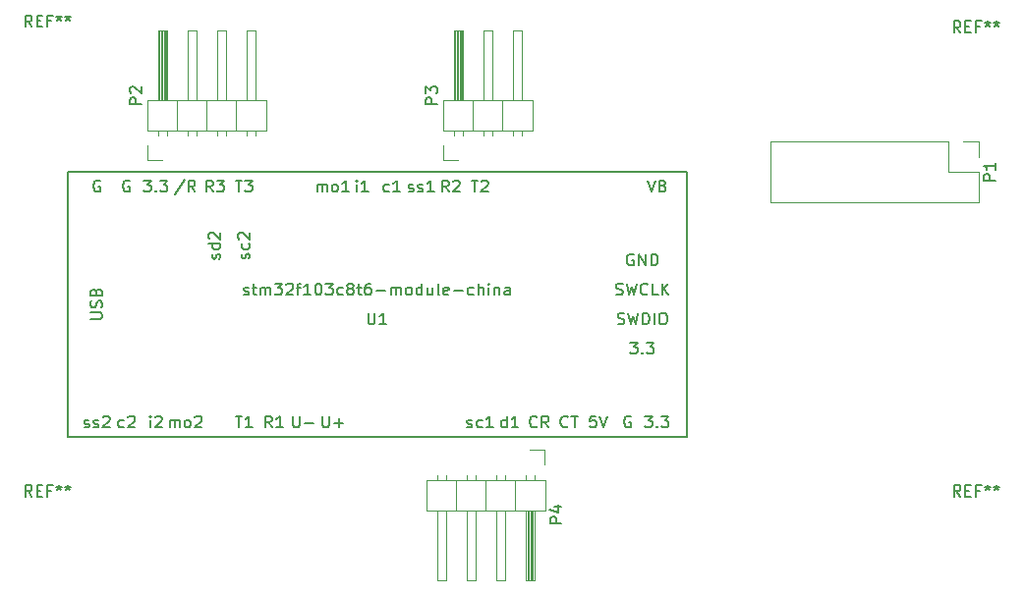
<source format=gbr>
G04 #@! TF.FileFunction,Legend,Top*
%FSLAX46Y46*%
G04 Gerber Fmt 4.6, Leading zero omitted, Abs format (unit mm)*
G04 Created by KiCad (PCBNEW 4.0.6) date Thursday, 29 June 2017 'AMt' 11:53:14*
%MOMM*%
%LPD*%
G01*
G04 APERTURE LIST*
%ADD10C,0.100000*%
%ADD11C,0.150000*%
%ADD12C,0.120000*%
G04 APERTURE END LIST*
D10*
D11*
X105730000Y-71120000D02*
X159070000Y-71120000D01*
X159070000Y-48260000D02*
X105730000Y-48260000D01*
X159070000Y-71120000D02*
X159070000Y-48260000D01*
X105730000Y-48260000D02*
X105730000Y-71120000D01*
D12*
X112590000Y-44660000D02*
X115190000Y-44660000D01*
X115190000Y-44660000D02*
X115190000Y-42040000D01*
X115190000Y-42040000D02*
X112590000Y-42040000D01*
X112590000Y-42040000D02*
X112590000Y-44660000D01*
X113540000Y-42040000D02*
X114300000Y-42040000D01*
X114300000Y-42040000D02*
X114300000Y-36040000D01*
X114300000Y-36040000D02*
X113540000Y-36040000D01*
X113540000Y-36040000D02*
X113540000Y-42040000D01*
X113540000Y-45090000D02*
X113540000Y-44660000D01*
X114300000Y-45090000D02*
X114300000Y-44660000D01*
X113660000Y-42040000D02*
X113660000Y-36040000D01*
X113780000Y-42040000D02*
X113780000Y-36040000D01*
X113900000Y-42040000D02*
X113900000Y-36040000D01*
X114020000Y-42040000D02*
X114020000Y-36040000D01*
X114140000Y-42040000D02*
X114140000Y-36040000D01*
X114260000Y-42040000D02*
X114260000Y-36040000D01*
X115190000Y-44660000D02*
X117730000Y-44660000D01*
X117730000Y-44660000D02*
X117730000Y-42040000D01*
X117730000Y-42040000D02*
X115190000Y-42040000D01*
X115190000Y-42040000D02*
X115190000Y-44660000D01*
X116080000Y-42040000D02*
X116840000Y-42040000D01*
X116840000Y-42040000D02*
X116840000Y-36040000D01*
X116840000Y-36040000D02*
X116080000Y-36040000D01*
X116080000Y-36040000D02*
X116080000Y-42040000D01*
X116080000Y-45090000D02*
X116080000Y-44660000D01*
X116840000Y-45090000D02*
X116840000Y-44660000D01*
X117730000Y-44660000D02*
X120270000Y-44660000D01*
X120270000Y-44660000D02*
X120270000Y-42040000D01*
X120270000Y-42040000D02*
X117730000Y-42040000D01*
X117730000Y-42040000D02*
X117730000Y-44660000D01*
X118620000Y-42040000D02*
X119380000Y-42040000D01*
X119380000Y-42040000D02*
X119380000Y-36040000D01*
X119380000Y-36040000D02*
X118620000Y-36040000D01*
X118620000Y-36040000D02*
X118620000Y-42040000D01*
X118620000Y-45090000D02*
X118620000Y-44660000D01*
X119380000Y-45090000D02*
X119380000Y-44660000D01*
X120270000Y-44660000D02*
X122870000Y-44660000D01*
X122870000Y-44660000D02*
X122870000Y-42040000D01*
X122870000Y-42040000D02*
X120270000Y-42040000D01*
X120270000Y-42040000D02*
X120270000Y-44660000D01*
X121160000Y-42040000D02*
X121920000Y-42040000D01*
X121920000Y-42040000D02*
X121920000Y-36040000D01*
X121920000Y-36040000D02*
X121160000Y-36040000D01*
X121160000Y-36040000D02*
X121160000Y-42040000D01*
X121160000Y-45090000D02*
X121160000Y-44660000D01*
X121920000Y-45090000D02*
X121920000Y-44660000D01*
X113920000Y-47270000D02*
X112650000Y-47270000D01*
X112650000Y-47270000D02*
X112650000Y-46000000D01*
X181610000Y-45660000D02*
X166310000Y-45660000D01*
X166310000Y-45660000D02*
X166310000Y-50860000D01*
X166310000Y-50860000D02*
X184210000Y-50860000D01*
X184210000Y-50860000D02*
X184210000Y-48260000D01*
X184210000Y-48260000D02*
X181610000Y-48260000D01*
X181610000Y-48260000D02*
X181610000Y-45660000D01*
X182880000Y-45660000D02*
X184210000Y-45660000D01*
X184210000Y-45660000D02*
X184210000Y-46990000D01*
X138070000Y-44660000D02*
X140670000Y-44660000D01*
X140670000Y-44660000D02*
X140670000Y-42040000D01*
X140670000Y-42040000D02*
X138070000Y-42040000D01*
X138070000Y-42040000D02*
X138070000Y-44660000D01*
X139020000Y-42040000D02*
X139780000Y-42040000D01*
X139780000Y-42040000D02*
X139780000Y-36040000D01*
X139780000Y-36040000D02*
X139020000Y-36040000D01*
X139020000Y-36040000D02*
X139020000Y-42040000D01*
X139020000Y-45090000D02*
X139020000Y-44660000D01*
X139780000Y-45090000D02*
X139780000Y-44660000D01*
X139140000Y-42040000D02*
X139140000Y-36040000D01*
X139260000Y-42040000D02*
X139260000Y-36040000D01*
X139380000Y-42040000D02*
X139380000Y-36040000D01*
X139500000Y-42040000D02*
X139500000Y-36040000D01*
X139620000Y-42040000D02*
X139620000Y-36040000D01*
X139740000Y-42040000D02*
X139740000Y-36040000D01*
X140670000Y-44660000D02*
X143210000Y-44660000D01*
X143210000Y-44660000D02*
X143210000Y-42040000D01*
X143210000Y-42040000D02*
X140670000Y-42040000D01*
X140670000Y-42040000D02*
X140670000Y-44660000D01*
X141560000Y-42040000D02*
X142320000Y-42040000D01*
X142320000Y-42040000D02*
X142320000Y-36040000D01*
X142320000Y-36040000D02*
X141560000Y-36040000D01*
X141560000Y-36040000D02*
X141560000Y-42040000D01*
X141560000Y-45090000D02*
X141560000Y-44660000D01*
X142320000Y-45090000D02*
X142320000Y-44660000D01*
X143210000Y-44660000D02*
X145810000Y-44660000D01*
X145810000Y-44660000D02*
X145810000Y-42040000D01*
X145810000Y-42040000D02*
X143210000Y-42040000D01*
X143210000Y-42040000D02*
X143210000Y-44660000D01*
X144100000Y-42040000D02*
X144860000Y-42040000D01*
X144860000Y-42040000D02*
X144860000Y-36040000D01*
X144860000Y-36040000D02*
X144100000Y-36040000D01*
X144100000Y-36040000D02*
X144100000Y-42040000D01*
X144100000Y-45090000D02*
X144100000Y-44660000D01*
X144860000Y-45090000D02*
X144860000Y-44660000D01*
X139400000Y-47270000D02*
X138130000Y-47270000D01*
X138130000Y-47270000D02*
X138130000Y-46000000D01*
X146910000Y-74840000D02*
X144310000Y-74840000D01*
X144310000Y-74840000D02*
X144310000Y-77460000D01*
X144310000Y-77460000D02*
X146910000Y-77460000D01*
X146910000Y-77460000D02*
X146910000Y-74840000D01*
X145960000Y-77460000D02*
X145200000Y-77460000D01*
X145200000Y-77460000D02*
X145200000Y-83460000D01*
X145200000Y-83460000D02*
X145960000Y-83460000D01*
X145960000Y-83460000D02*
X145960000Y-77460000D01*
X145960000Y-74410000D02*
X145960000Y-74840000D01*
X145200000Y-74410000D02*
X145200000Y-74840000D01*
X145840000Y-77460000D02*
X145840000Y-83460000D01*
X145720000Y-77460000D02*
X145720000Y-83460000D01*
X145600000Y-77460000D02*
X145600000Y-83460000D01*
X145480000Y-77460000D02*
X145480000Y-83460000D01*
X145360000Y-77460000D02*
X145360000Y-83460000D01*
X145240000Y-77460000D02*
X145240000Y-83460000D01*
X144310000Y-74840000D02*
X141770000Y-74840000D01*
X141770000Y-74840000D02*
X141770000Y-77460000D01*
X141770000Y-77460000D02*
X144310000Y-77460000D01*
X144310000Y-77460000D02*
X144310000Y-74840000D01*
X143420000Y-77460000D02*
X142660000Y-77460000D01*
X142660000Y-77460000D02*
X142660000Y-83460000D01*
X142660000Y-83460000D02*
X143420000Y-83460000D01*
X143420000Y-83460000D02*
X143420000Y-77460000D01*
X143420000Y-74410000D02*
X143420000Y-74840000D01*
X142660000Y-74410000D02*
X142660000Y-74840000D01*
X141770000Y-74840000D02*
X139230000Y-74840000D01*
X139230000Y-74840000D02*
X139230000Y-77460000D01*
X139230000Y-77460000D02*
X141770000Y-77460000D01*
X141770000Y-77460000D02*
X141770000Y-74840000D01*
X140880000Y-77460000D02*
X140120000Y-77460000D01*
X140120000Y-77460000D02*
X140120000Y-83460000D01*
X140120000Y-83460000D02*
X140880000Y-83460000D01*
X140880000Y-83460000D02*
X140880000Y-77460000D01*
X140880000Y-74410000D02*
X140880000Y-74840000D01*
X140120000Y-74410000D02*
X140120000Y-74840000D01*
X139230000Y-74840000D02*
X136630000Y-74840000D01*
X136630000Y-74840000D02*
X136630000Y-77460000D01*
X136630000Y-77460000D02*
X139230000Y-77460000D01*
X139230000Y-77460000D02*
X139230000Y-74840000D01*
X138340000Y-77460000D02*
X137580000Y-77460000D01*
X137580000Y-77460000D02*
X137580000Y-83460000D01*
X137580000Y-83460000D02*
X138340000Y-83460000D01*
X138340000Y-83460000D02*
X138340000Y-77460000D01*
X138340000Y-74410000D02*
X138340000Y-74840000D01*
X137580000Y-74410000D02*
X137580000Y-74840000D01*
X145580000Y-72230000D02*
X146850000Y-72230000D01*
X146850000Y-72230000D02*
X146850000Y-73500000D01*
D11*
X131638095Y-60412381D02*
X131638095Y-61221905D01*
X131685714Y-61317143D01*
X131733333Y-61364762D01*
X131828571Y-61412381D01*
X132019048Y-61412381D01*
X132114286Y-61364762D01*
X132161905Y-61317143D01*
X132209524Y-61221905D01*
X132209524Y-60412381D01*
X133209524Y-61412381D02*
X132638095Y-61412381D01*
X132923809Y-61412381D02*
X132923809Y-60412381D01*
X132828571Y-60555238D01*
X132733333Y-60650476D01*
X132638095Y-60698095D01*
X120923809Y-58824762D02*
X121019047Y-58872381D01*
X121209523Y-58872381D01*
X121304762Y-58824762D01*
X121352381Y-58729524D01*
X121352381Y-58681905D01*
X121304762Y-58586667D01*
X121209523Y-58539048D01*
X121066666Y-58539048D01*
X120971428Y-58491429D01*
X120923809Y-58396190D01*
X120923809Y-58348571D01*
X120971428Y-58253333D01*
X121066666Y-58205714D01*
X121209523Y-58205714D01*
X121304762Y-58253333D01*
X121638095Y-58205714D02*
X122019047Y-58205714D01*
X121780952Y-57872381D02*
X121780952Y-58729524D01*
X121828571Y-58824762D01*
X121923809Y-58872381D01*
X122019047Y-58872381D01*
X122352381Y-58872381D02*
X122352381Y-58205714D01*
X122352381Y-58300952D02*
X122400000Y-58253333D01*
X122495238Y-58205714D01*
X122638096Y-58205714D01*
X122733334Y-58253333D01*
X122780953Y-58348571D01*
X122780953Y-58872381D01*
X122780953Y-58348571D02*
X122828572Y-58253333D01*
X122923810Y-58205714D01*
X123066667Y-58205714D01*
X123161905Y-58253333D01*
X123209524Y-58348571D01*
X123209524Y-58872381D01*
X123590476Y-57872381D02*
X124209524Y-57872381D01*
X123876190Y-58253333D01*
X124019048Y-58253333D01*
X124114286Y-58300952D01*
X124161905Y-58348571D01*
X124209524Y-58443810D01*
X124209524Y-58681905D01*
X124161905Y-58777143D01*
X124114286Y-58824762D01*
X124019048Y-58872381D01*
X123733333Y-58872381D01*
X123638095Y-58824762D01*
X123590476Y-58777143D01*
X124590476Y-57967619D02*
X124638095Y-57920000D01*
X124733333Y-57872381D01*
X124971429Y-57872381D01*
X125066667Y-57920000D01*
X125114286Y-57967619D01*
X125161905Y-58062857D01*
X125161905Y-58158095D01*
X125114286Y-58300952D01*
X124542857Y-58872381D01*
X125161905Y-58872381D01*
X125447619Y-58205714D02*
X125828571Y-58205714D01*
X125590476Y-58872381D02*
X125590476Y-58015238D01*
X125638095Y-57920000D01*
X125733333Y-57872381D01*
X125828571Y-57872381D01*
X126685715Y-58872381D02*
X126114286Y-58872381D01*
X126400000Y-58872381D02*
X126400000Y-57872381D01*
X126304762Y-58015238D01*
X126209524Y-58110476D01*
X126114286Y-58158095D01*
X127304762Y-57872381D02*
X127400001Y-57872381D01*
X127495239Y-57920000D01*
X127542858Y-57967619D01*
X127590477Y-58062857D01*
X127638096Y-58253333D01*
X127638096Y-58491429D01*
X127590477Y-58681905D01*
X127542858Y-58777143D01*
X127495239Y-58824762D01*
X127400001Y-58872381D01*
X127304762Y-58872381D01*
X127209524Y-58824762D01*
X127161905Y-58777143D01*
X127114286Y-58681905D01*
X127066667Y-58491429D01*
X127066667Y-58253333D01*
X127114286Y-58062857D01*
X127161905Y-57967619D01*
X127209524Y-57920000D01*
X127304762Y-57872381D01*
X127971429Y-57872381D02*
X128590477Y-57872381D01*
X128257143Y-58253333D01*
X128400001Y-58253333D01*
X128495239Y-58300952D01*
X128542858Y-58348571D01*
X128590477Y-58443810D01*
X128590477Y-58681905D01*
X128542858Y-58777143D01*
X128495239Y-58824762D01*
X128400001Y-58872381D01*
X128114286Y-58872381D01*
X128019048Y-58824762D01*
X127971429Y-58777143D01*
X129447620Y-58824762D02*
X129352382Y-58872381D01*
X129161905Y-58872381D01*
X129066667Y-58824762D01*
X129019048Y-58777143D01*
X128971429Y-58681905D01*
X128971429Y-58396190D01*
X129019048Y-58300952D01*
X129066667Y-58253333D01*
X129161905Y-58205714D01*
X129352382Y-58205714D01*
X129447620Y-58253333D01*
X130019048Y-58300952D02*
X129923810Y-58253333D01*
X129876191Y-58205714D01*
X129828572Y-58110476D01*
X129828572Y-58062857D01*
X129876191Y-57967619D01*
X129923810Y-57920000D01*
X130019048Y-57872381D01*
X130209525Y-57872381D01*
X130304763Y-57920000D01*
X130352382Y-57967619D01*
X130400001Y-58062857D01*
X130400001Y-58110476D01*
X130352382Y-58205714D01*
X130304763Y-58253333D01*
X130209525Y-58300952D01*
X130019048Y-58300952D01*
X129923810Y-58348571D01*
X129876191Y-58396190D01*
X129828572Y-58491429D01*
X129828572Y-58681905D01*
X129876191Y-58777143D01*
X129923810Y-58824762D01*
X130019048Y-58872381D01*
X130209525Y-58872381D01*
X130304763Y-58824762D01*
X130352382Y-58777143D01*
X130400001Y-58681905D01*
X130400001Y-58491429D01*
X130352382Y-58396190D01*
X130304763Y-58348571D01*
X130209525Y-58300952D01*
X130685715Y-58205714D02*
X131066667Y-58205714D01*
X130828572Y-57872381D02*
X130828572Y-58729524D01*
X130876191Y-58824762D01*
X130971429Y-58872381D01*
X131066667Y-58872381D01*
X131828573Y-57872381D02*
X131638096Y-57872381D01*
X131542858Y-57920000D01*
X131495239Y-57967619D01*
X131400001Y-58110476D01*
X131352382Y-58300952D01*
X131352382Y-58681905D01*
X131400001Y-58777143D01*
X131447620Y-58824762D01*
X131542858Y-58872381D01*
X131733335Y-58872381D01*
X131828573Y-58824762D01*
X131876192Y-58777143D01*
X131923811Y-58681905D01*
X131923811Y-58443810D01*
X131876192Y-58348571D01*
X131828573Y-58300952D01*
X131733335Y-58253333D01*
X131542858Y-58253333D01*
X131447620Y-58300952D01*
X131400001Y-58348571D01*
X131352382Y-58443810D01*
X132352382Y-58491429D02*
X133114287Y-58491429D01*
X133590477Y-58872381D02*
X133590477Y-58205714D01*
X133590477Y-58300952D02*
X133638096Y-58253333D01*
X133733334Y-58205714D01*
X133876192Y-58205714D01*
X133971430Y-58253333D01*
X134019049Y-58348571D01*
X134019049Y-58872381D01*
X134019049Y-58348571D02*
X134066668Y-58253333D01*
X134161906Y-58205714D01*
X134304763Y-58205714D01*
X134400001Y-58253333D01*
X134447620Y-58348571D01*
X134447620Y-58872381D01*
X135066667Y-58872381D02*
X134971429Y-58824762D01*
X134923810Y-58777143D01*
X134876191Y-58681905D01*
X134876191Y-58396190D01*
X134923810Y-58300952D01*
X134971429Y-58253333D01*
X135066667Y-58205714D01*
X135209525Y-58205714D01*
X135304763Y-58253333D01*
X135352382Y-58300952D01*
X135400001Y-58396190D01*
X135400001Y-58681905D01*
X135352382Y-58777143D01*
X135304763Y-58824762D01*
X135209525Y-58872381D01*
X135066667Y-58872381D01*
X136257144Y-58872381D02*
X136257144Y-57872381D01*
X136257144Y-58824762D02*
X136161906Y-58872381D01*
X135971429Y-58872381D01*
X135876191Y-58824762D01*
X135828572Y-58777143D01*
X135780953Y-58681905D01*
X135780953Y-58396190D01*
X135828572Y-58300952D01*
X135876191Y-58253333D01*
X135971429Y-58205714D01*
X136161906Y-58205714D01*
X136257144Y-58253333D01*
X137161906Y-58205714D02*
X137161906Y-58872381D01*
X136733334Y-58205714D02*
X136733334Y-58729524D01*
X136780953Y-58824762D01*
X136876191Y-58872381D01*
X137019049Y-58872381D01*
X137114287Y-58824762D01*
X137161906Y-58777143D01*
X137780953Y-58872381D02*
X137685715Y-58824762D01*
X137638096Y-58729524D01*
X137638096Y-57872381D01*
X138542859Y-58824762D02*
X138447621Y-58872381D01*
X138257144Y-58872381D01*
X138161906Y-58824762D01*
X138114287Y-58729524D01*
X138114287Y-58348571D01*
X138161906Y-58253333D01*
X138257144Y-58205714D01*
X138447621Y-58205714D01*
X138542859Y-58253333D01*
X138590478Y-58348571D01*
X138590478Y-58443810D01*
X138114287Y-58539048D01*
X139019049Y-58491429D02*
X139780954Y-58491429D01*
X140685716Y-58824762D02*
X140590478Y-58872381D01*
X140400001Y-58872381D01*
X140304763Y-58824762D01*
X140257144Y-58777143D01*
X140209525Y-58681905D01*
X140209525Y-58396190D01*
X140257144Y-58300952D01*
X140304763Y-58253333D01*
X140400001Y-58205714D01*
X140590478Y-58205714D01*
X140685716Y-58253333D01*
X141114287Y-58872381D02*
X141114287Y-57872381D01*
X141542859Y-58872381D02*
X141542859Y-58348571D01*
X141495240Y-58253333D01*
X141400002Y-58205714D01*
X141257144Y-58205714D01*
X141161906Y-58253333D01*
X141114287Y-58300952D01*
X142019049Y-58872381D02*
X142019049Y-58205714D01*
X142019049Y-57872381D02*
X141971430Y-57920000D01*
X142019049Y-57967619D01*
X142066668Y-57920000D01*
X142019049Y-57872381D01*
X142019049Y-57967619D01*
X142495239Y-58205714D02*
X142495239Y-58872381D01*
X142495239Y-58300952D02*
X142542858Y-58253333D01*
X142638096Y-58205714D01*
X142780954Y-58205714D01*
X142876192Y-58253333D01*
X142923811Y-58348571D01*
X142923811Y-58872381D01*
X143828573Y-58872381D02*
X143828573Y-58348571D01*
X143780954Y-58253333D01*
X143685716Y-58205714D01*
X143495239Y-58205714D01*
X143400001Y-58253333D01*
X143828573Y-58824762D02*
X143733335Y-58872381D01*
X143495239Y-58872381D01*
X143400001Y-58824762D01*
X143352382Y-58729524D01*
X143352382Y-58634286D01*
X143400001Y-58539048D01*
X143495239Y-58491429D01*
X143733335Y-58491429D01*
X143828573Y-58443810D01*
X121374762Y-55729048D02*
X121422381Y-55633810D01*
X121422381Y-55443334D01*
X121374762Y-55348095D01*
X121279524Y-55300476D01*
X121231905Y-55300476D01*
X121136667Y-55348095D01*
X121089048Y-55443334D01*
X121089048Y-55586191D01*
X121041429Y-55681429D01*
X120946190Y-55729048D01*
X120898571Y-55729048D01*
X120803333Y-55681429D01*
X120755714Y-55586191D01*
X120755714Y-55443334D01*
X120803333Y-55348095D01*
X121374762Y-54443333D02*
X121422381Y-54538571D01*
X121422381Y-54729048D01*
X121374762Y-54824286D01*
X121327143Y-54871905D01*
X121231905Y-54919524D01*
X120946190Y-54919524D01*
X120850952Y-54871905D01*
X120803333Y-54824286D01*
X120755714Y-54729048D01*
X120755714Y-54538571D01*
X120803333Y-54443333D01*
X120517619Y-54062381D02*
X120470000Y-54014762D01*
X120422381Y-53919524D01*
X120422381Y-53681428D01*
X120470000Y-53586190D01*
X120517619Y-53538571D01*
X120612857Y-53490952D01*
X120708095Y-53490952D01*
X120850952Y-53538571D01*
X121422381Y-54110000D01*
X121422381Y-53490952D01*
X118834762Y-55752857D02*
X118882381Y-55657619D01*
X118882381Y-55467143D01*
X118834762Y-55371904D01*
X118739524Y-55324285D01*
X118691905Y-55324285D01*
X118596667Y-55371904D01*
X118549048Y-55467143D01*
X118549048Y-55610000D01*
X118501429Y-55705238D01*
X118406190Y-55752857D01*
X118358571Y-55752857D01*
X118263333Y-55705238D01*
X118215714Y-55610000D01*
X118215714Y-55467143D01*
X118263333Y-55371904D01*
X118882381Y-54467142D02*
X117882381Y-54467142D01*
X118834762Y-54467142D02*
X118882381Y-54562380D01*
X118882381Y-54752857D01*
X118834762Y-54848095D01*
X118787143Y-54895714D01*
X118691905Y-54943333D01*
X118406190Y-54943333D01*
X118310952Y-54895714D01*
X118263333Y-54848095D01*
X118215714Y-54752857D01*
X118215714Y-54562380D01*
X118263333Y-54467142D01*
X117977619Y-54038571D02*
X117930000Y-53990952D01*
X117882381Y-53895714D01*
X117882381Y-53657618D01*
X117930000Y-53562380D01*
X117977619Y-53514761D01*
X118072857Y-53467142D01*
X118168095Y-53467142D01*
X118310952Y-53514761D01*
X118882381Y-54086190D01*
X118882381Y-53467142D01*
X114532857Y-70302381D02*
X114532857Y-69635714D01*
X114532857Y-69730952D02*
X114580476Y-69683333D01*
X114675714Y-69635714D01*
X114818572Y-69635714D01*
X114913810Y-69683333D01*
X114961429Y-69778571D01*
X114961429Y-70302381D01*
X114961429Y-69778571D02*
X115009048Y-69683333D01*
X115104286Y-69635714D01*
X115247143Y-69635714D01*
X115342381Y-69683333D01*
X115390000Y-69778571D01*
X115390000Y-70302381D01*
X116009047Y-70302381D02*
X115913809Y-70254762D01*
X115866190Y-70207143D01*
X115818571Y-70111905D01*
X115818571Y-69826190D01*
X115866190Y-69730952D01*
X115913809Y-69683333D01*
X116009047Y-69635714D01*
X116151905Y-69635714D01*
X116247143Y-69683333D01*
X116294762Y-69730952D01*
X116342381Y-69826190D01*
X116342381Y-70111905D01*
X116294762Y-70207143D01*
X116247143Y-70254762D01*
X116151905Y-70302381D01*
X116009047Y-70302381D01*
X116723333Y-69397619D02*
X116770952Y-69350000D01*
X116866190Y-69302381D01*
X117104286Y-69302381D01*
X117199524Y-69350000D01*
X117247143Y-69397619D01*
X117294762Y-69492857D01*
X117294762Y-69588095D01*
X117247143Y-69730952D01*
X116675714Y-70302381D01*
X117294762Y-70302381D01*
X112873810Y-70302381D02*
X112873810Y-69635714D01*
X112873810Y-69302381D02*
X112826191Y-69350000D01*
X112873810Y-69397619D01*
X112921429Y-69350000D01*
X112873810Y-69302381D01*
X112873810Y-69397619D01*
X113302381Y-69397619D02*
X113350000Y-69350000D01*
X113445238Y-69302381D01*
X113683334Y-69302381D01*
X113778572Y-69350000D01*
X113826191Y-69397619D01*
X113873810Y-69492857D01*
X113873810Y-69588095D01*
X113826191Y-69730952D01*
X113254762Y-70302381D01*
X113873810Y-70302381D01*
X110571905Y-70254762D02*
X110476667Y-70302381D01*
X110286190Y-70302381D01*
X110190952Y-70254762D01*
X110143333Y-70207143D01*
X110095714Y-70111905D01*
X110095714Y-69826190D01*
X110143333Y-69730952D01*
X110190952Y-69683333D01*
X110286190Y-69635714D01*
X110476667Y-69635714D01*
X110571905Y-69683333D01*
X110952857Y-69397619D02*
X111000476Y-69350000D01*
X111095714Y-69302381D01*
X111333810Y-69302381D01*
X111429048Y-69350000D01*
X111476667Y-69397619D01*
X111524286Y-69492857D01*
X111524286Y-69588095D01*
X111476667Y-69730952D01*
X110905238Y-70302381D01*
X111524286Y-70302381D01*
X107174762Y-70254762D02*
X107270000Y-70302381D01*
X107460476Y-70302381D01*
X107555715Y-70254762D01*
X107603334Y-70159524D01*
X107603334Y-70111905D01*
X107555715Y-70016667D01*
X107460476Y-69969048D01*
X107317619Y-69969048D01*
X107222381Y-69921429D01*
X107174762Y-69826190D01*
X107174762Y-69778571D01*
X107222381Y-69683333D01*
X107317619Y-69635714D01*
X107460476Y-69635714D01*
X107555715Y-69683333D01*
X107984286Y-70254762D02*
X108079524Y-70302381D01*
X108270000Y-70302381D01*
X108365239Y-70254762D01*
X108412858Y-70159524D01*
X108412858Y-70111905D01*
X108365239Y-70016667D01*
X108270000Y-69969048D01*
X108127143Y-69969048D01*
X108031905Y-69921429D01*
X107984286Y-69826190D01*
X107984286Y-69778571D01*
X108031905Y-69683333D01*
X108127143Y-69635714D01*
X108270000Y-69635714D01*
X108365239Y-69683333D01*
X108793810Y-69397619D02*
X108841429Y-69350000D01*
X108936667Y-69302381D01*
X109174763Y-69302381D01*
X109270001Y-69350000D01*
X109317620Y-69397619D01*
X109365239Y-69492857D01*
X109365239Y-69588095D01*
X109317620Y-69730952D01*
X108746191Y-70302381D01*
X109365239Y-70302381D01*
X143568096Y-70302381D02*
X143568096Y-69302381D01*
X143568096Y-70254762D02*
X143472858Y-70302381D01*
X143282381Y-70302381D01*
X143187143Y-70254762D01*
X143139524Y-70207143D01*
X143091905Y-70111905D01*
X143091905Y-69826190D01*
X143139524Y-69730952D01*
X143187143Y-69683333D01*
X143282381Y-69635714D01*
X143472858Y-69635714D01*
X143568096Y-69683333D01*
X144568096Y-70302381D02*
X143996667Y-70302381D01*
X144282381Y-70302381D02*
X144282381Y-69302381D01*
X144187143Y-69445238D01*
X144091905Y-69540476D01*
X143996667Y-69588095D01*
X140170952Y-70254762D02*
X140266190Y-70302381D01*
X140456666Y-70302381D01*
X140551905Y-70254762D01*
X140599524Y-70159524D01*
X140599524Y-70111905D01*
X140551905Y-70016667D01*
X140456666Y-69969048D01*
X140313809Y-69969048D01*
X140218571Y-69921429D01*
X140170952Y-69826190D01*
X140170952Y-69778571D01*
X140218571Y-69683333D01*
X140313809Y-69635714D01*
X140456666Y-69635714D01*
X140551905Y-69683333D01*
X141456667Y-70254762D02*
X141361429Y-70302381D01*
X141170952Y-70302381D01*
X141075714Y-70254762D01*
X141028095Y-70207143D01*
X140980476Y-70111905D01*
X140980476Y-69826190D01*
X141028095Y-69730952D01*
X141075714Y-69683333D01*
X141170952Y-69635714D01*
X141361429Y-69635714D01*
X141456667Y-69683333D01*
X142409048Y-70302381D02*
X141837619Y-70302381D01*
X142123333Y-70302381D02*
X142123333Y-69302381D01*
X142028095Y-69445238D01*
X141932857Y-69540476D01*
X141837619Y-69588095D01*
X140528095Y-48982381D02*
X141099524Y-48982381D01*
X140813809Y-49982381D02*
X140813809Y-48982381D01*
X141385238Y-49077619D02*
X141432857Y-49030000D01*
X141528095Y-48982381D01*
X141766191Y-48982381D01*
X141861429Y-49030000D01*
X141909048Y-49077619D01*
X141956667Y-49172857D01*
X141956667Y-49268095D01*
X141909048Y-49410952D01*
X141337619Y-49982381D01*
X141956667Y-49982381D01*
X138583334Y-49982381D02*
X138250000Y-49506190D01*
X138011905Y-49982381D02*
X138011905Y-48982381D01*
X138392858Y-48982381D01*
X138488096Y-49030000D01*
X138535715Y-49077619D01*
X138583334Y-49172857D01*
X138583334Y-49315714D01*
X138535715Y-49410952D01*
X138488096Y-49458571D01*
X138392858Y-49506190D01*
X138011905Y-49506190D01*
X138964286Y-49077619D02*
X139011905Y-49030000D01*
X139107143Y-48982381D01*
X139345239Y-48982381D01*
X139440477Y-49030000D01*
X139488096Y-49077619D01*
X139535715Y-49172857D01*
X139535715Y-49268095D01*
X139488096Y-49410952D01*
X138916667Y-49982381D01*
X139535715Y-49982381D01*
X135114762Y-49934762D02*
X135210000Y-49982381D01*
X135400476Y-49982381D01*
X135495715Y-49934762D01*
X135543334Y-49839524D01*
X135543334Y-49791905D01*
X135495715Y-49696667D01*
X135400476Y-49649048D01*
X135257619Y-49649048D01*
X135162381Y-49601429D01*
X135114762Y-49506190D01*
X135114762Y-49458571D01*
X135162381Y-49363333D01*
X135257619Y-49315714D01*
X135400476Y-49315714D01*
X135495715Y-49363333D01*
X135924286Y-49934762D02*
X136019524Y-49982381D01*
X136210000Y-49982381D01*
X136305239Y-49934762D01*
X136352858Y-49839524D01*
X136352858Y-49791905D01*
X136305239Y-49696667D01*
X136210000Y-49649048D01*
X136067143Y-49649048D01*
X135971905Y-49601429D01*
X135924286Y-49506190D01*
X135924286Y-49458571D01*
X135971905Y-49363333D01*
X136067143Y-49315714D01*
X136210000Y-49315714D01*
X136305239Y-49363333D01*
X137305239Y-49982381D02*
X136733810Y-49982381D01*
X137019524Y-49982381D02*
X137019524Y-48982381D01*
X136924286Y-49125238D01*
X136829048Y-49220476D01*
X136733810Y-49268095D01*
X133431905Y-49934762D02*
X133336667Y-49982381D01*
X133146190Y-49982381D01*
X133050952Y-49934762D01*
X133003333Y-49887143D01*
X132955714Y-49791905D01*
X132955714Y-49506190D01*
X133003333Y-49410952D01*
X133050952Y-49363333D01*
X133146190Y-49315714D01*
X133336667Y-49315714D01*
X133431905Y-49363333D01*
X134384286Y-49982381D02*
X133812857Y-49982381D01*
X134098571Y-49982381D02*
X134098571Y-48982381D01*
X134003333Y-49125238D01*
X133908095Y-49220476D01*
X133812857Y-49268095D01*
X130653810Y-49982381D02*
X130653810Y-49315714D01*
X130653810Y-48982381D02*
X130606191Y-49030000D01*
X130653810Y-49077619D01*
X130701429Y-49030000D01*
X130653810Y-48982381D01*
X130653810Y-49077619D01*
X131653810Y-49982381D02*
X131082381Y-49982381D01*
X131368095Y-49982381D02*
X131368095Y-48982381D01*
X131272857Y-49125238D01*
X131177619Y-49220476D01*
X131082381Y-49268095D01*
X127232857Y-49982381D02*
X127232857Y-49315714D01*
X127232857Y-49410952D02*
X127280476Y-49363333D01*
X127375714Y-49315714D01*
X127518572Y-49315714D01*
X127613810Y-49363333D01*
X127661429Y-49458571D01*
X127661429Y-49982381D01*
X127661429Y-49458571D02*
X127709048Y-49363333D01*
X127804286Y-49315714D01*
X127947143Y-49315714D01*
X128042381Y-49363333D01*
X128090000Y-49458571D01*
X128090000Y-49982381D01*
X128709047Y-49982381D02*
X128613809Y-49934762D01*
X128566190Y-49887143D01*
X128518571Y-49791905D01*
X128518571Y-49506190D01*
X128566190Y-49410952D01*
X128613809Y-49363333D01*
X128709047Y-49315714D01*
X128851905Y-49315714D01*
X128947143Y-49363333D01*
X128994762Y-49410952D01*
X129042381Y-49506190D01*
X129042381Y-49791905D01*
X128994762Y-49887143D01*
X128947143Y-49934762D01*
X128851905Y-49982381D01*
X128709047Y-49982381D01*
X129994762Y-49982381D02*
X129423333Y-49982381D01*
X129709047Y-49982381D02*
X129709047Y-48982381D01*
X129613809Y-49125238D01*
X129518571Y-49220476D01*
X129423333Y-49268095D01*
X120208095Y-48982381D02*
X120779524Y-48982381D01*
X120493809Y-49982381D02*
X120493809Y-48982381D01*
X121017619Y-48982381D02*
X121636667Y-48982381D01*
X121303333Y-49363333D01*
X121446191Y-49363333D01*
X121541429Y-49410952D01*
X121589048Y-49458571D01*
X121636667Y-49553810D01*
X121636667Y-49791905D01*
X121589048Y-49887143D01*
X121541429Y-49934762D01*
X121446191Y-49982381D01*
X121160476Y-49982381D01*
X121065238Y-49934762D01*
X121017619Y-49887143D01*
X118263334Y-49982381D02*
X117930000Y-49506190D01*
X117691905Y-49982381D02*
X117691905Y-48982381D01*
X118072858Y-48982381D01*
X118168096Y-49030000D01*
X118215715Y-49077619D01*
X118263334Y-49172857D01*
X118263334Y-49315714D01*
X118215715Y-49410952D01*
X118168096Y-49458571D01*
X118072858Y-49506190D01*
X117691905Y-49506190D01*
X118596667Y-48982381D02*
X119215715Y-48982381D01*
X118882381Y-49363333D01*
X119025239Y-49363333D01*
X119120477Y-49410952D01*
X119168096Y-49458571D01*
X119215715Y-49553810D01*
X119215715Y-49791905D01*
X119168096Y-49887143D01*
X119120477Y-49934762D01*
X119025239Y-49982381D01*
X118739524Y-49982381D01*
X118644286Y-49934762D01*
X118596667Y-49887143D01*
X148838572Y-70207143D02*
X148790953Y-70254762D01*
X148648096Y-70302381D01*
X148552858Y-70302381D01*
X148410000Y-70254762D01*
X148314762Y-70159524D01*
X148267143Y-70064286D01*
X148219524Y-69873810D01*
X148219524Y-69730952D01*
X148267143Y-69540476D01*
X148314762Y-69445238D01*
X148410000Y-69350000D01*
X148552858Y-69302381D01*
X148648096Y-69302381D01*
X148790953Y-69350000D01*
X148838572Y-69397619D01*
X149124286Y-69302381D02*
X149695715Y-69302381D01*
X149410000Y-70302381D02*
X149410000Y-69302381D01*
X146179524Y-70207143D02*
X146131905Y-70254762D01*
X145989048Y-70302381D01*
X145893810Y-70302381D01*
X145750952Y-70254762D01*
X145655714Y-70159524D01*
X145608095Y-70064286D01*
X145560476Y-69873810D01*
X145560476Y-69730952D01*
X145608095Y-69540476D01*
X145655714Y-69445238D01*
X145750952Y-69350000D01*
X145893810Y-69302381D01*
X145989048Y-69302381D01*
X146131905Y-69350000D01*
X146179524Y-69397619D01*
X147179524Y-70302381D02*
X146846190Y-69826190D01*
X146608095Y-70302381D02*
X146608095Y-69302381D01*
X146989048Y-69302381D01*
X147084286Y-69350000D01*
X147131905Y-69397619D01*
X147179524Y-69492857D01*
X147179524Y-69635714D01*
X147131905Y-69730952D01*
X147084286Y-69778571D01*
X146989048Y-69826190D01*
X146608095Y-69826190D01*
X127685238Y-69302381D02*
X127685238Y-70111905D01*
X127732857Y-70207143D01*
X127780476Y-70254762D01*
X127875714Y-70302381D01*
X128066191Y-70302381D01*
X128161429Y-70254762D01*
X128209048Y-70207143D01*
X128256667Y-70111905D01*
X128256667Y-69302381D01*
X128732857Y-69921429D02*
X129494762Y-69921429D01*
X129113810Y-70302381D02*
X129113810Y-69540476D01*
X125145238Y-69302381D02*
X125145238Y-70111905D01*
X125192857Y-70207143D01*
X125240476Y-70254762D01*
X125335714Y-70302381D01*
X125526191Y-70302381D01*
X125621429Y-70254762D01*
X125669048Y-70207143D01*
X125716667Y-70111905D01*
X125716667Y-69302381D01*
X126192857Y-69921429D02*
X126954762Y-69921429D01*
X123343334Y-70302381D02*
X123010000Y-69826190D01*
X122771905Y-70302381D02*
X122771905Y-69302381D01*
X123152858Y-69302381D01*
X123248096Y-69350000D01*
X123295715Y-69397619D01*
X123343334Y-69492857D01*
X123343334Y-69635714D01*
X123295715Y-69730952D01*
X123248096Y-69778571D01*
X123152858Y-69826190D01*
X122771905Y-69826190D01*
X124295715Y-70302381D02*
X123724286Y-70302381D01*
X124010000Y-70302381D02*
X124010000Y-69302381D01*
X123914762Y-69445238D01*
X123819524Y-69540476D01*
X123724286Y-69588095D01*
X120208095Y-69302381D02*
X120779524Y-69302381D01*
X120493809Y-70302381D02*
X120493809Y-69302381D01*
X121636667Y-70302381D02*
X121065238Y-70302381D01*
X121350952Y-70302381D02*
X121350952Y-69302381D01*
X121255714Y-69445238D01*
X121160476Y-69540476D01*
X121065238Y-69588095D01*
X154212381Y-62952381D02*
X154831429Y-62952381D01*
X154498095Y-63333333D01*
X154640953Y-63333333D01*
X154736191Y-63380952D01*
X154783810Y-63428571D01*
X154831429Y-63523810D01*
X154831429Y-63761905D01*
X154783810Y-63857143D01*
X154736191Y-63904762D01*
X154640953Y-63952381D01*
X154355238Y-63952381D01*
X154260000Y-63904762D01*
X154212381Y-63857143D01*
X155260000Y-63857143D02*
X155307619Y-63904762D01*
X155260000Y-63952381D01*
X155212381Y-63904762D01*
X155260000Y-63857143D01*
X155260000Y-63952381D01*
X155640952Y-62952381D02*
X156260000Y-62952381D01*
X155926666Y-63333333D01*
X156069524Y-63333333D01*
X156164762Y-63380952D01*
X156212381Y-63428571D01*
X156260000Y-63523810D01*
X156260000Y-63761905D01*
X156212381Y-63857143D01*
X156164762Y-63904762D01*
X156069524Y-63952381D01*
X155783809Y-63952381D01*
X155688571Y-63904762D01*
X155640952Y-63857143D01*
X153140953Y-61364762D02*
X153283810Y-61412381D01*
X153521906Y-61412381D01*
X153617144Y-61364762D01*
X153664763Y-61317143D01*
X153712382Y-61221905D01*
X153712382Y-61126667D01*
X153664763Y-61031429D01*
X153617144Y-60983810D01*
X153521906Y-60936190D01*
X153331429Y-60888571D01*
X153236191Y-60840952D01*
X153188572Y-60793333D01*
X153140953Y-60698095D01*
X153140953Y-60602857D01*
X153188572Y-60507619D01*
X153236191Y-60460000D01*
X153331429Y-60412381D01*
X153569525Y-60412381D01*
X153712382Y-60460000D01*
X154045715Y-60412381D02*
X154283810Y-61412381D01*
X154474287Y-60698095D01*
X154664763Y-61412381D01*
X154902858Y-60412381D01*
X155283810Y-61412381D02*
X155283810Y-60412381D01*
X155521905Y-60412381D01*
X155664763Y-60460000D01*
X155760001Y-60555238D01*
X155807620Y-60650476D01*
X155855239Y-60840952D01*
X155855239Y-60983810D01*
X155807620Y-61174286D01*
X155760001Y-61269524D01*
X155664763Y-61364762D01*
X155521905Y-61412381D01*
X155283810Y-61412381D01*
X156283810Y-61412381D02*
X156283810Y-60412381D01*
X156950476Y-60412381D02*
X157140953Y-60412381D01*
X157236191Y-60460000D01*
X157331429Y-60555238D01*
X157379048Y-60745714D01*
X157379048Y-61079048D01*
X157331429Y-61269524D01*
X157236191Y-61364762D01*
X157140953Y-61412381D01*
X156950476Y-61412381D01*
X156855238Y-61364762D01*
X156760000Y-61269524D01*
X156712381Y-61079048D01*
X156712381Y-60745714D01*
X156760000Y-60555238D01*
X156855238Y-60460000D01*
X156950476Y-60412381D01*
X152998095Y-58824762D02*
X153140952Y-58872381D01*
X153379048Y-58872381D01*
X153474286Y-58824762D01*
X153521905Y-58777143D01*
X153569524Y-58681905D01*
X153569524Y-58586667D01*
X153521905Y-58491429D01*
X153474286Y-58443810D01*
X153379048Y-58396190D01*
X153188571Y-58348571D01*
X153093333Y-58300952D01*
X153045714Y-58253333D01*
X152998095Y-58158095D01*
X152998095Y-58062857D01*
X153045714Y-57967619D01*
X153093333Y-57920000D01*
X153188571Y-57872381D01*
X153426667Y-57872381D01*
X153569524Y-57920000D01*
X153902857Y-57872381D02*
X154140952Y-58872381D01*
X154331429Y-58158095D01*
X154521905Y-58872381D01*
X154760000Y-57872381D01*
X155712381Y-58777143D02*
X155664762Y-58824762D01*
X155521905Y-58872381D01*
X155426667Y-58872381D01*
X155283809Y-58824762D01*
X155188571Y-58729524D01*
X155140952Y-58634286D01*
X155093333Y-58443810D01*
X155093333Y-58300952D01*
X155140952Y-58110476D01*
X155188571Y-58015238D01*
X155283809Y-57920000D01*
X155426667Y-57872381D01*
X155521905Y-57872381D01*
X155664762Y-57920000D01*
X155712381Y-57967619D01*
X156617143Y-58872381D02*
X156140952Y-58872381D01*
X156140952Y-57872381D01*
X156950476Y-58872381D02*
X156950476Y-57872381D01*
X157521905Y-58872381D02*
X157093333Y-58300952D01*
X157521905Y-57872381D02*
X156950476Y-58443810D01*
X154498096Y-55380000D02*
X154402858Y-55332381D01*
X154260001Y-55332381D01*
X154117143Y-55380000D01*
X154021905Y-55475238D01*
X153974286Y-55570476D01*
X153926667Y-55760952D01*
X153926667Y-55903810D01*
X153974286Y-56094286D01*
X154021905Y-56189524D01*
X154117143Y-56284762D01*
X154260001Y-56332381D01*
X154355239Y-56332381D01*
X154498096Y-56284762D01*
X154545715Y-56237143D01*
X154545715Y-55903810D01*
X154355239Y-55903810D01*
X154974286Y-56332381D02*
X154974286Y-55332381D01*
X155545715Y-56332381D01*
X155545715Y-55332381D01*
X156021905Y-56332381D02*
X156021905Y-55332381D01*
X156260000Y-55332381D01*
X156402858Y-55380000D01*
X156498096Y-55475238D01*
X156545715Y-55570476D01*
X156593334Y-55760952D01*
X156593334Y-55903810D01*
X156545715Y-56094286D01*
X156498096Y-56189524D01*
X156402858Y-56284762D01*
X156260000Y-56332381D01*
X156021905Y-56332381D01*
X155482381Y-69302381D02*
X156101429Y-69302381D01*
X155768095Y-69683333D01*
X155910953Y-69683333D01*
X156006191Y-69730952D01*
X156053810Y-69778571D01*
X156101429Y-69873810D01*
X156101429Y-70111905D01*
X156053810Y-70207143D01*
X156006191Y-70254762D01*
X155910953Y-70302381D01*
X155625238Y-70302381D01*
X155530000Y-70254762D01*
X155482381Y-70207143D01*
X156530000Y-70207143D02*
X156577619Y-70254762D01*
X156530000Y-70302381D01*
X156482381Y-70254762D01*
X156530000Y-70207143D01*
X156530000Y-70302381D01*
X156910952Y-69302381D02*
X157530000Y-69302381D01*
X157196666Y-69683333D01*
X157339524Y-69683333D01*
X157434762Y-69730952D01*
X157482381Y-69778571D01*
X157530000Y-69873810D01*
X157530000Y-70111905D01*
X157482381Y-70207143D01*
X157434762Y-70254762D01*
X157339524Y-70302381D01*
X157053809Y-70302381D01*
X156958571Y-70254762D01*
X156910952Y-70207143D01*
X154251905Y-69350000D02*
X154156667Y-69302381D01*
X154013810Y-69302381D01*
X153870952Y-69350000D01*
X153775714Y-69445238D01*
X153728095Y-69540476D01*
X153680476Y-69730952D01*
X153680476Y-69873810D01*
X153728095Y-70064286D01*
X153775714Y-70159524D01*
X153870952Y-70254762D01*
X154013810Y-70302381D01*
X154109048Y-70302381D01*
X154251905Y-70254762D01*
X154299524Y-70207143D01*
X154299524Y-69873810D01*
X154109048Y-69873810D01*
X115818572Y-48934762D02*
X114961429Y-50220476D01*
X116723334Y-49982381D02*
X116390000Y-49506190D01*
X116151905Y-49982381D02*
X116151905Y-48982381D01*
X116532858Y-48982381D01*
X116628096Y-49030000D01*
X116675715Y-49077619D01*
X116723334Y-49172857D01*
X116723334Y-49315714D01*
X116675715Y-49410952D01*
X116628096Y-49458571D01*
X116532858Y-49506190D01*
X116151905Y-49506190D01*
X112302381Y-48982381D02*
X112921429Y-48982381D01*
X112588095Y-49363333D01*
X112730953Y-49363333D01*
X112826191Y-49410952D01*
X112873810Y-49458571D01*
X112921429Y-49553810D01*
X112921429Y-49791905D01*
X112873810Y-49887143D01*
X112826191Y-49934762D01*
X112730953Y-49982381D01*
X112445238Y-49982381D01*
X112350000Y-49934762D01*
X112302381Y-49887143D01*
X113350000Y-49887143D02*
X113397619Y-49934762D01*
X113350000Y-49982381D01*
X113302381Y-49934762D01*
X113350000Y-49887143D01*
X113350000Y-49982381D01*
X113730952Y-48982381D02*
X114350000Y-48982381D01*
X114016666Y-49363333D01*
X114159524Y-49363333D01*
X114254762Y-49410952D01*
X114302381Y-49458571D01*
X114350000Y-49553810D01*
X114350000Y-49791905D01*
X114302381Y-49887143D01*
X114254762Y-49934762D01*
X114159524Y-49982381D01*
X113873809Y-49982381D01*
X113778571Y-49934762D01*
X113730952Y-49887143D01*
X111071905Y-49030000D02*
X110976667Y-48982381D01*
X110833810Y-48982381D01*
X110690952Y-49030000D01*
X110595714Y-49125238D01*
X110548095Y-49220476D01*
X110500476Y-49410952D01*
X110500476Y-49553810D01*
X110548095Y-49744286D01*
X110595714Y-49839524D01*
X110690952Y-49934762D01*
X110833810Y-49982381D01*
X110929048Y-49982381D01*
X111071905Y-49934762D01*
X111119524Y-49887143D01*
X111119524Y-49553810D01*
X110929048Y-49553810D01*
X108531905Y-49030000D02*
X108436667Y-48982381D01*
X108293810Y-48982381D01*
X108150952Y-49030000D01*
X108055714Y-49125238D01*
X108008095Y-49220476D01*
X107960476Y-49410952D01*
X107960476Y-49553810D01*
X108008095Y-49744286D01*
X108055714Y-49839524D01*
X108150952Y-49934762D01*
X108293810Y-49982381D01*
X108389048Y-49982381D01*
X108531905Y-49934762D01*
X108579524Y-49887143D01*
X108579524Y-49553810D01*
X108389048Y-49553810D01*
X155696667Y-48982381D02*
X156030000Y-49982381D01*
X156363334Y-48982381D01*
X157030001Y-49458571D02*
X157172858Y-49506190D01*
X157220477Y-49553810D01*
X157268096Y-49649048D01*
X157268096Y-49791905D01*
X157220477Y-49887143D01*
X157172858Y-49934762D01*
X157077620Y-49982381D01*
X156696667Y-49982381D01*
X156696667Y-48982381D01*
X157030001Y-48982381D01*
X157125239Y-49030000D01*
X157172858Y-49077619D01*
X157220477Y-49172857D01*
X157220477Y-49268095D01*
X157172858Y-49363333D01*
X157125239Y-49410952D01*
X157030001Y-49458571D01*
X156696667Y-49458571D01*
X151259524Y-69302381D02*
X150783333Y-69302381D01*
X150735714Y-69778571D01*
X150783333Y-69730952D01*
X150878571Y-69683333D01*
X151116667Y-69683333D01*
X151211905Y-69730952D01*
X151259524Y-69778571D01*
X151307143Y-69873810D01*
X151307143Y-70111905D01*
X151259524Y-70207143D01*
X151211905Y-70254762D01*
X151116667Y-70302381D01*
X150878571Y-70302381D01*
X150783333Y-70254762D01*
X150735714Y-70207143D01*
X151592857Y-69302381D02*
X151926190Y-70302381D01*
X152259524Y-69302381D01*
X107722381Y-60951905D02*
X108531905Y-60951905D01*
X108627143Y-60904286D01*
X108674762Y-60856667D01*
X108722381Y-60761429D01*
X108722381Y-60570952D01*
X108674762Y-60475714D01*
X108627143Y-60428095D01*
X108531905Y-60380476D01*
X107722381Y-60380476D01*
X108674762Y-59951905D02*
X108722381Y-59809048D01*
X108722381Y-59570952D01*
X108674762Y-59475714D01*
X108627143Y-59428095D01*
X108531905Y-59380476D01*
X108436667Y-59380476D01*
X108341429Y-59428095D01*
X108293810Y-59475714D01*
X108246190Y-59570952D01*
X108198571Y-59761429D01*
X108150952Y-59856667D01*
X108103333Y-59904286D01*
X108008095Y-59951905D01*
X107912857Y-59951905D01*
X107817619Y-59904286D01*
X107770000Y-59856667D01*
X107722381Y-59761429D01*
X107722381Y-59523333D01*
X107770000Y-59380476D01*
X108198571Y-58618571D02*
X108246190Y-58475714D01*
X108293810Y-58428095D01*
X108389048Y-58380476D01*
X108531905Y-58380476D01*
X108627143Y-58428095D01*
X108674762Y-58475714D01*
X108722381Y-58570952D01*
X108722381Y-58951905D01*
X107722381Y-58951905D01*
X107722381Y-58618571D01*
X107770000Y-58523333D01*
X107817619Y-58475714D01*
X107912857Y-58428095D01*
X108008095Y-58428095D01*
X108103333Y-58475714D01*
X108150952Y-58523333D01*
X108198571Y-58618571D01*
X108198571Y-58951905D01*
X112102381Y-42423095D02*
X111102381Y-42423095D01*
X111102381Y-42042142D01*
X111150000Y-41946904D01*
X111197619Y-41899285D01*
X111292857Y-41851666D01*
X111435714Y-41851666D01*
X111530952Y-41899285D01*
X111578571Y-41946904D01*
X111626190Y-42042142D01*
X111626190Y-42423095D01*
X111197619Y-41470714D02*
X111150000Y-41423095D01*
X111102381Y-41327857D01*
X111102381Y-41089761D01*
X111150000Y-40994523D01*
X111197619Y-40946904D01*
X111292857Y-40899285D01*
X111388095Y-40899285D01*
X111530952Y-40946904D01*
X112102381Y-41518333D01*
X112102381Y-40899285D01*
X185662381Y-48998095D02*
X184662381Y-48998095D01*
X184662381Y-48617142D01*
X184710000Y-48521904D01*
X184757619Y-48474285D01*
X184852857Y-48426666D01*
X184995714Y-48426666D01*
X185090952Y-48474285D01*
X185138571Y-48521904D01*
X185186190Y-48617142D01*
X185186190Y-48998095D01*
X185662381Y-47474285D02*
X185662381Y-48045714D01*
X185662381Y-47760000D02*
X184662381Y-47760000D01*
X184805238Y-47855238D01*
X184900476Y-47950476D01*
X184948095Y-48045714D01*
X137582381Y-42423095D02*
X136582381Y-42423095D01*
X136582381Y-42042142D01*
X136630000Y-41946904D01*
X136677619Y-41899285D01*
X136772857Y-41851666D01*
X136915714Y-41851666D01*
X137010952Y-41899285D01*
X137058571Y-41946904D01*
X137106190Y-42042142D01*
X137106190Y-42423095D01*
X136582381Y-41518333D02*
X136582381Y-40899285D01*
X136963333Y-41232619D01*
X136963333Y-41089761D01*
X137010952Y-40994523D01*
X137058571Y-40946904D01*
X137153810Y-40899285D01*
X137391905Y-40899285D01*
X137487143Y-40946904D01*
X137534762Y-40994523D01*
X137582381Y-41089761D01*
X137582381Y-41375476D01*
X137534762Y-41470714D01*
X137487143Y-41518333D01*
X148302381Y-78553095D02*
X147302381Y-78553095D01*
X147302381Y-78172142D01*
X147350000Y-78076904D01*
X147397619Y-78029285D01*
X147492857Y-77981666D01*
X147635714Y-77981666D01*
X147730952Y-78029285D01*
X147778571Y-78076904D01*
X147826190Y-78172142D01*
X147826190Y-78553095D01*
X147635714Y-77124523D02*
X148302381Y-77124523D01*
X147254762Y-77362619D02*
X147969048Y-77600714D01*
X147969048Y-76981666D01*
X102666667Y-35752381D02*
X102333333Y-35276190D01*
X102095238Y-35752381D02*
X102095238Y-34752381D01*
X102476191Y-34752381D01*
X102571429Y-34800000D01*
X102619048Y-34847619D01*
X102666667Y-34942857D01*
X102666667Y-35085714D01*
X102619048Y-35180952D01*
X102571429Y-35228571D01*
X102476191Y-35276190D01*
X102095238Y-35276190D01*
X103095238Y-35228571D02*
X103428572Y-35228571D01*
X103571429Y-35752381D02*
X103095238Y-35752381D01*
X103095238Y-34752381D01*
X103571429Y-34752381D01*
X104333334Y-35228571D02*
X104000000Y-35228571D01*
X104000000Y-35752381D02*
X104000000Y-34752381D01*
X104476191Y-34752381D01*
X105000000Y-34752381D02*
X105000000Y-34990476D01*
X104761905Y-34895238D02*
X105000000Y-34990476D01*
X105238096Y-34895238D01*
X104857143Y-35180952D02*
X105000000Y-34990476D01*
X105142858Y-35180952D01*
X105761905Y-34752381D02*
X105761905Y-34990476D01*
X105523810Y-34895238D02*
X105761905Y-34990476D01*
X106000001Y-34895238D01*
X105619048Y-35180952D02*
X105761905Y-34990476D01*
X105904763Y-35180952D01*
X102666667Y-76252381D02*
X102333333Y-75776190D01*
X102095238Y-76252381D02*
X102095238Y-75252381D01*
X102476191Y-75252381D01*
X102571429Y-75300000D01*
X102619048Y-75347619D01*
X102666667Y-75442857D01*
X102666667Y-75585714D01*
X102619048Y-75680952D01*
X102571429Y-75728571D01*
X102476191Y-75776190D01*
X102095238Y-75776190D01*
X103095238Y-75728571D02*
X103428572Y-75728571D01*
X103571429Y-76252381D02*
X103095238Y-76252381D01*
X103095238Y-75252381D01*
X103571429Y-75252381D01*
X104333334Y-75728571D02*
X104000000Y-75728571D01*
X104000000Y-76252381D02*
X104000000Y-75252381D01*
X104476191Y-75252381D01*
X105000000Y-75252381D02*
X105000000Y-75490476D01*
X104761905Y-75395238D02*
X105000000Y-75490476D01*
X105238096Y-75395238D01*
X104857143Y-75680952D02*
X105000000Y-75490476D01*
X105142858Y-75680952D01*
X105761905Y-75252381D02*
X105761905Y-75490476D01*
X105523810Y-75395238D02*
X105761905Y-75490476D01*
X106000001Y-75395238D01*
X105619048Y-75680952D02*
X105761905Y-75490476D01*
X105904763Y-75680952D01*
X182666667Y-76252381D02*
X182333333Y-75776190D01*
X182095238Y-76252381D02*
X182095238Y-75252381D01*
X182476191Y-75252381D01*
X182571429Y-75300000D01*
X182619048Y-75347619D01*
X182666667Y-75442857D01*
X182666667Y-75585714D01*
X182619048Y-75680952D01*
X182571429Y-75728571D01*
X182476191Y-75776190D01*
X182095238Y-75776190D01*
X183095238Y-75728571D02*
X183428572Y-75728571D01*
X183571429Y-76252381D02*
X183095238Y-76252381D01*
X183095238Y-75252381D01*
X183571429Y-75252381D01*
X184333334Y-75728571D02*
X184000000Y-75728571D01*
X184000000Y-76252381D02*
X184000000Y-75252381D01*
X184476191Y-75252381D01*
X185000000Y-75252381D02*
X185000000Y-75490476D01*
X184761905Y-75395238D02*
X185000000Y-75490476D01*
X185238096Y-75395238D01*
X184857143Y-75680952D02*
X185000000Y-75490476D01*
X185142858Y-75680952D01*
X185761905Y-75252381D02*
X185761905Y-75490476D01*
X185523810Y-75395238D02*
X185761905Y-75490476D01*
X186000001Y-75395238D01*
X185619048Y-75680952D02*
X185761905Y-75490476D01*
X185904763Y-75680952D01*
X182666667Y-36252381D02*
X182333333Y-35776190D01*
X182095238Y-36252381D02*
X182095238Y-35252381D01*
X182476191Y-35252381D01*
X182571429Y-35300000D01*
X182619048Y-35347619D01*
X182666667Y-35442857D01*
X182666667Y-35585714D01*
X182619048Y-35680952D01*
X182571429Y-35728571D01*
X182476191Y-35776190D01*
X182095238Y-35776190D01*
X183095238Y-35728571D02*
X183428572Y-35728571D01*
X183571429Y-36252381D02*
X183095238Y-36252381D01*
X183095238Y-35252381D01*
X183571429Y-35252381D01*
X184333334Y-35728571D02*
X184000000Y-35728571D01*
X184000000Y-36252381D02*
X184000000Y-35252381D01*
X184476191Y-35252381D01*
X185000000Y-35252381D02*
X185000000Y-35490476D01*
X184761905Y-35395238D02*
X185000000Y-35490476D01*
X185238096Y-35395238D01*
X184857143Y-35680952D02*
X185000000Y-35490476D01*
X185142858Y-35680952D01*
X185761905Y-35252381D02*
X185761905Y-35490476D01*
X185523810Y-35395238D02*
X185761905Y-35490476D01*
X186000001Y-35395238D01*
X185619048Y-35680952D02*
X185761905Y-35490476D01*
X185904763Y-35680952D01*
M02*

</source>
